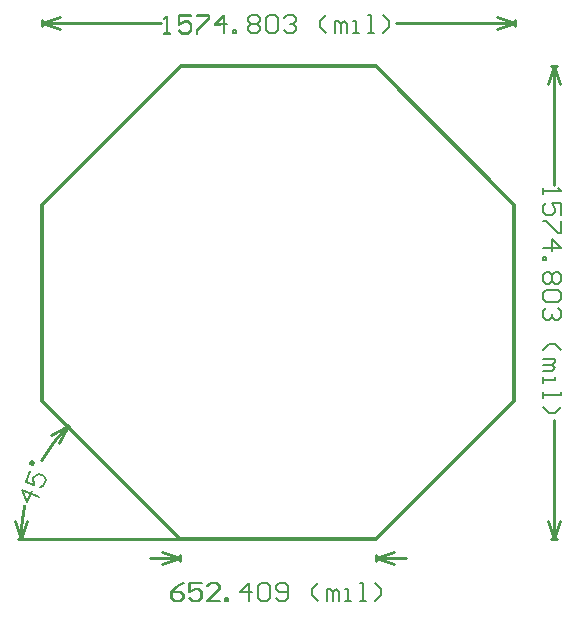
<source format=gko>
G04 Layer_Color=16711935*
%FSLAX44Y44*%
%MOMM*%
G71*
G01*
G75*
%ADD27C,0.3048*%
%ADD28C,0.2540*%
%ADD29C,0.1270*%
%ADD30C,0.1524*%
D27*
X1200000Y717192D02*
Y882754D01*
Y717192D02*
X1317192Y600000D01*
X1482904D01*
X1200000Y882754D02*
X1317246Y1000000D01*
X1482898D01*
X1600000Y717096D02*
Y882898D01*
X1482898Y1000000D02*
X1600000Y882898D01*
X1482904Y600000D02*
X1600000Y717096D01*
D28*
X1185307Y627934D02*
G03*
X1182381Y599940I131885J-27934D01*
G01*
X1221866Y695326D02*
G03*
X1199881Y666424I95326J-95326D01*
G01*
X1179841Y599939D02*
X1313128Y599998D01*
X1202874Y714318D02*
X1223662Y693530D01*
X1182381Y599940D02*
X1187454Y615182D01*
X1177294Y615177D02*
X1182381Y599940D01*
X1207498Y688142D02*
X1221866Y695326D01*
X1214682Y680957D02*
X1221866Y695326D01*
X1600283Y1039709D02*
X1600284Y1034629D01*
X1200283Y1039565D02*
X1200284Y1034485D01*
X1585045Y1032084D02*
X1600284Y1037169D01*
X1585042Y1042243D02*
X1600284Y1037169D01*
X1200284Y1037025D02*
X1215525Y1031951D01*
X1200284Y1037025D02*
X1215522Y1042111D01*
X1499567Y1037133D02*
X1600284Y1037169D01*
X1200284Y1037025D02*
X1301000Y1037061D01*
X1630935Y600115D02*
X1636015Y600115D01*
X1630929Y1000115D02*
X1636009Y1000115D01*
X1628395Y615355D02*
X1633475Y600115D01*
X1638555Y615355D01*
X1628389Y984875D02*
X1633469Y1000115D01*
X1638549Y984875D01*
X1633474Y700832D02*
X1633475Y600115D01*
X1633469Y1000115D02*
X1633471Y899398D01*
X1482880Y581142D02*
Y586222D01*
X1317168Y581142D02*
Y586222D01*
X1482880Y583682D02*
X1498120Y578602D01*
X1482880Y583682D02*
X1498120Y588762D01*
X1301928Y578602D02*
X1317168Y583682D01*
X1301928Y588762D02*
X1317168Y583682D01*
X1482880D02*
X1508280D01*
X1291768D02*
X1317168D01*
X1185307Y627934D02*
G03*
X1182381Y599940I131885J-27934D01*
G01*
X1221866Y695326D02*
G03*
X1199881Y666424I95326J-95326D01*
G01*
X1179841Y599939D02*
X1317192Y600000D01*
X1200000Y717192D02*
X1223662Y693530D01*
X1182381Y599940D02*
X1187454Y615182D01*
X1177294Y615177D02*
X1182381Y599940D01*
X1207498Y688142D02*
X1221866Y695326D01*
X1214682Y680957D02*
X1221866Y695326D01*
X1600267Y1039726D02*
X1600269Y1034646D01*
X1200267Y1039582D02*
X1200269Y1034502D01*
X1585030Y1032101D02*
X1600268Y1037186D01*
X1585026Y1042261D02*
X1600268Y1037186D01*
X1200268Y1037042D02*
X1215510Y1031968D01*
X1200268Y1037042D02*
X1215506Y1042128D01*
X1499551Y1037150D02*
X1600268Y1037186D01*
X1200268Y1037042D02*
X1300985Y1037079D01*
X1482829Y581152D02*
Y586232D01*
X1317117Y581152D02*
Y586232D01*
X1482829Y583692D02*
X1498069Y578612D01*
X1482829Y583692D02*
X1498069Y588772D01*
X1301877Y578612D02*
X1317117Y583692D01*
X1301877Y588772D02*
X1317117Y583692D01*
X1482829D02*
X1508229D01*
X1291717D02*
X1317117D01*
X1630940Y600125D02*
X1636020Y600125D01*
X1630934Y1000125D02*
X1636014Y1000125D01*
X1628400Y615365D02*
X1633480Y600125D01*
X1638560Y615365D01*
X1628394Y984885D02*
X1633474Y1000125D01*
X1638554Y984885D01*
X1633479Y700842D02*
X1633480Y600125D01*
X1633474Y1000125D02*
X1633475Y899408D01*
D29*
X1200000Y717192D02*
Y882754D01*
X1317246Y1000000D01*
X1482898D01*
X1600000Y882898D01*
Y717096D02*
Y882898D01*
X1482904Y600000D02*
X1600000Y717096D01*
X1317192Y600000D02*
X1482904D01*
X1200000Y717192D02*
X1317192Y600000D01*
D30*
X1197300Y635613D02*
X1183223Y641440D01*
X1187348Y631488D01*
X1191232Y640872D01*
X1190021Y657863D02*
X1186136Y648478D01*
X1193175Y645565D01*
X1192771Y651228D01*
X1193742Y653574D01*
X1197059Y654949D01*
X1201752Y653007D01*
X1203127Y649689D01*
X1201184Y644997D01*
X1197867Y643622D01*
X1191959Y662557D02*
X1189613Y663528D01*
X1190584Y665874D01*
X1192930Y664903D01*
X1191959Y662557D01*
X1303544Y1027921D02*
X1308622Y1027923D01*
X1306083Y1027922D01*
X1306077Y1043157D01*
X1303539Y1040617D01*
X1326391Y1043164D02*
X1316234Y1043160D01*
X1316237Y1035543D01*
X1321314Y1038084D01*
X1323853Y1038085D01*
X1326393Y1035546D01*
X1326395Y1030468D01*
X1323857Y1027928D01*
X1318779Y1027926D01*
X1316239Y1030464D01*
X1331469Y1043166D02*
X1341626Y1043169D01*
X1341627Y1040630D01*
X1331474Y1030470D01*
X1331475Y1027931D01*
X1354327Y1027939D02*
X1354322Y1043174D01*
X1346707Y1035554D01*
X1356864Y1035557D01*
X1361945Y1027942D02*
X1361944Y1030481D01*
X1364483Y1030482D01*
X1364484Y1027943D01*
X1361945Y1027942D01*
X1374636Y1040642D02*
X1377174Y1043182D01*
X1382253Y1043184D01*
X1384793Y1040646D01*
X1384794Y1038107D01*
X1382255Y1035566D01*
X1384796Y1033028D01*
X1384796Y1030489D01*
X1382258Y1027949D01*
X1377180Y1027947D01*
X1374640Y1030485D01*
X1374639Y1033025D01*
X1377177Y1035565D01*
X1374637Y1038103D01*
X1374636Y1040642D01*
X1377177Y1035565D02*
X1382255Y1035566D01*
X1389871Y1040648D02*
X1392409Y1043188D01*
X1397488Y1043189D01*
X1400028Y1040651D01*
X1400031Y1030495D01*
X1397493Y1027954D01*
X1392415Y1027953D01*
X1389875Y1030491D01*
X1389871Y1040648D01*
X1405106Y1040653D02*
X1407645Y1043193D01*
X1412723Y1043195D01*
X1415263Y1040657D01*
X1415264Y1038118D01*
X1412726Y1035577D01*
X1410186Y1035577D01*
X1412726Y1035577D01*
X1415266Y1033039D01*
X1415267Y1030500D01*
X1412728Y1027960D01*
X1407650Y1027958D01*
X1405110Y1030496D01*
X1440659Y1027970D02*
X1435579Y1033046D01*
X1435577Y1038125D01*
X1440654Y1043205D01*
X1448277Y1027973D02*
X1448273Y1038130D01*
X1450812Y1038130D01*
X1453352Y1035592D01*
X1453355Y1027975D01*
X1453352Y1035592D01*
X1455891Y1038132D01*
X1458431Y1035594D01*
X1458434Y1027976D01*
X1463512Y1027978D02*
X1468590Y1027980D01*
X1466051Y1027979D01*
X1466047Y1038136D01*
X1463508Y1038135D01*
X1476208Y1027983D02*
X1481286Y1027985D01*
X1478747Y1027984D01*
X1478741Y1043219D01*
X1476202Y1043218D01*
X1488904Y1027987D02*
X1493980Y1033067D01*
X1493978Y1038146D01*
X1488898Y1043222D01*
X1624329Y896858D02*
X1624329Y891780D01*
X1624329Y894319D01*
X1639564Y894319D01*
X1637025Y896859D01*
X1639565Y874006D02*
X1639565Y884163D01*
X1631947Y884163D01*
X1634486Y879084D01*
X1634486Y876545D01*
X1631947Y874006D01*
X1626869Y874006D01*
X1624330Y876545D01*
X1624330Y881623D01*
X1626869Y884163D01*
X1639565Y868928D02*
X1639565Y858771D01*
X1637026Y858771D01*
X1626869Y868927D01*
X1624330Y868927D01*
X1624330Y846075D02*
X1639565Y846075D01*
X1631947Y853692D01*
X1631948Y843536D01*
X1624330Y838457D02*
X1626869Y838457D01*
X1626869Y835918D01*
X1624330Y835918D01*
X1624330Y838457D01*
X1637026Y825762D02*
X1639565Y823222D01*
X1639565Y818144D01*
X1637026Y815605D01*
X1634487Y815605D01*
X1631948Y818144D01*
X1629409Y815605D01*
X1626870Y815605D01*
X1624330Y818144D01*
X1624330Y823222D01*
X1626870Y825761D01*
X1629409Y825761D01*
X1631948Y823222D01*
X1634487Y825761D01*
X1637026Y825762D01*
X1631948Y823222D02*
X1631948Y818144D01*
X1637027Y810527D02*
X1639566Y807987D01*
X1639566Y802909D01*
X1637027Y800370D01*
X1626870Y800370D01*
X1624331Y802909D01*
X1624331Y807987D01*
X1626870Y810526D01*
X1637027Y810527D01*
X1637027Y795291D02*
X1639566Y792752D01*
X1639566Y787674D01*
X1637027Y785135D01*
X1634488Y785135D01*
X1631949Y787674D01*
X1631948Y790213D01*
X1631949Y787674D01*
X1629409Y785135D01*
X1626870Y785135D01*
X1624331Y787674D01*
X1624331Y792752D01*
X1626870Y795291D01*
X1624331Y759743D02*
X1629410Y764821D01*
X1634488Y764821D01*
X1639566Y759743D01*
X1624331Y752125D02*
X1634488Y752125D01*
X1634488Y749586D01*
X1631949Y747047D01*
X1624332Y747047D01*
X1631949Y747047D01*
X1634488Y744508D01*
X1631949Y741969D01*
X1624332Y741969D01*
X1624332Y736890D02*
X1624332Y731812D01*
X1624332Y734351D01*
X1634489Y734351D01*
X1634488Y736890D01*
X1624332Y724194D02*
X1624332Y719116D01*
X1624332Y721655D01*
X1639567Y721655D01*
X1639567Y724194D01*
X1624332Y711498D02*
X1629411Y706420D01*
X1634489Y706420D01*
X1639567Y711499D01*
X1319786Y562351D02*
X1314707Y559812D01*
X1309629Y554734D01*
Y549655D01*
X1312168Y547116D01*
X1317247D01*
X1319786Y549655D01*
Y552194D01*
X1317247Y554734D01*
X1309629D01*
X1335021Y562351D02*
X1324864D01*
Y554734D01*
X1329942Y557273D01*
X1332482D01*
X1335021Y554734D01*
Y549655D01*
X1332482Y547116D01*
X1327403D01*
X1324864Y549655D01*
X1350256Y547116D02*
X1340099D01*
X1350256Y557273D01*
Y559812D01*
X1347717Y562351D01*
X1342638D01*
X1340099Y559812D01*
X1355334Y547116D02*
Y549655D01*
X1357873D01*
Y547116D01*
X1355334D01*
X1375648D02*
Y562351D01*
X1368030Y554734D01*
X1378187D01*
X1383265Y559812D02*
X1385804Y562351D01*
X1390883D01*
X1393422Y559812D01*
Y549655D01*
X1390883Y547116D01*
X1385804D01*
X1383265Y549655D01*
Y559812D01*
X1398500Y549655D02*
X1401039Y547116D01*
X1406118D01*
X1408657Y549655D01*
Y559812D01*
X1406118Y562351D01*
X1401039D01*
X1398500Y559812D01*
Y557273D01*
X1401039Y554734D01*
X1408657D01*
X1434049Y547116D02*
X1428970Y552194D01*
Y557273D01*
X1434049Y562351D01*
X1441666Y547116D02*
Y557273D01*
X1444205D01*
X1446745Y554734D01*
Y547116D01*
Y554734D01*
X1449284Y557273D01*
X1451823Y554734D01*
Y547116D01*
X1456901D02*
X1461980D01*
X1459440D01*
Y557273D01*
X1456901D01*
X1469597Y547116D02*
X1474675D01*
X1472136D01*
Y562351D01*
X1469597D01*
X1482293Y547116D02*
X1487371Y552194D01*
Y557273D01*
X1482293Y562351D01*
X1197300Y635613D02*
X1183223Y641440D01*
X1187348Y631488D01*
X1191232Y640872D01*
X1190021Y657863D02*
X1186136Y648478D01*
X1193175Y645565D01*
X1192771Y651228D01*
X1193742Y653574D01*
X1197059Y654949D01*
X1201752Y653007D01*
X1203127Y649689D01*
X1201184Y644997D01*
X1197867Y643622D01*
X1191959Y662557D02*
X1189613Y663528D01*
X1190584Y665874D01*
X1192930Y664903D01*
X1191959Y662557D01*
X1303528Y1027938D02*
X1308606Y1027940D01*
X1306067Y1027939D01*
X1306062Y1043174D01*
X1303523Y1040634D01*
X1326375Y1043181D02*
X1316218Y1043178D01*
X1316221Y1035560D01*
X1321299Y1038101D01*
X1323838Y1038102D01*
X1326378Y1035564D01*
X1326380Y1030485D01*
X1323841Y1027945D01*
X1318763Y1027943D01*
X1316223Y1030482D01*
X1331454Y1043183D02*
X1341610Y1043187D01*
X1341611Y1040648D01*
X1331458Y1030487D01*
X1331459Y1027948D01*
X1354312Y1027956D02*
X1354306Y1043191D01*
X1346691Y1035571D01*
X1356848Y1035575D01*
X1361929Y1027959D02*
X1361928Y1030498D01*
X1364467Y1030499D01*
X1364468Y1027960D01*
X1361929Y1027959D01*
X1374620Y1040659D02*
X1377159Y1043200D01*
X1382237Y1043201D01*
X1384777Y1040663D01*
X1384778Y1038124D01*
X1382240Y1035584D01*
X1384780Y1033046D01*
X1384781Y1030506D01*
X1382242Y1027966D01*
X1377164Y1027964D01*
X1374624Y1030503D01*
X1374623Y1033042D01*
X1377161Y1035582D01*
X1374621Y1038120D01*
X1374620Y1040659D01*
X1377161Y1035582D02*
X1382240Y1035584D01*
X1389855Y1040665D02*
X1392394Y1043205D01*
X1397472Y1043207D01*
X1400012Y1040669D01*
X1400016Y1030512D01*
X1397478Y1027972D01*
X1392399Y1027970D01*
X1389859Y1030508D01*
X1389855Y1040665D01*
X1405091Y1040670D02*
X1407629Y1043211D01*
X1412707Y1043212D01*
X1415247Y1040674D01*
X1415248Y1038135D01*
X1412710Y1035595D01*
X1410171Y1035594D01*
X1412710Y1035595D01*
X1415250Y1033057D01*
X1415251Y1030517D01*
X1412713Y1027977D01*
X1407634Y1027975D01*
X1405094Y1030514D01*
X1440644Y1027987D02*
X1435563Y1033064D01*
X1435562Y1038142D01*
X1440638Y1043222D01*
X1448261Y1027990D02*
X1448257Y1038147D01*
X1450797Y1038148D01*
X1453337Y1035610D01*
X1453340Y1027992D01*
X1453337Y1035610D01*
X1455875Y1038150D01*
X1458415Y1035611D01*
X1458418Y1027994D01*
X1463496Y1027996D02*
X1468575Y1027997D01*
X1466035Y1027997D01*
X1466032Y1038153D01*
X1463493Y1038152D01*
X1476192Y1028000D02*
X1481270Y1028002D01*
X1478731Y1028001D01*
X1478726Y1043236D01*
X1476187Y1043235D01*
X1488888Y1028005D02*
X1493965Y1033085D01*
X1493963Y1038163D01*
X1488882Y1043240D01*
X1319734Y562361D02*
X1314656Y559822D01*
X1309578Y554743D01*
Y549665D01*
X1312117Y547126D01*
X1317195D01*
X1319734Y549665D01*
Y552204D01*
X1317195Y554743D01*
X1309578D01*
X1334970Y562361D02*
X1324813D01*
Y554743D01*
X1329891Y557283D01*
X1332430D01*
X1334970Y554743D01*
Y549665D01*
X1332430Y547126D01*
X1327352D01*
X1324813Y549665D01*
X1350205Y547126D02*
X1340048D01*
X1350205Y557283D01*
Y559822D01*
X1347666Y562361D01*
X1342587D01*
X1340048Y559822D01*
X1355283Y547126D02*
Y549665D01*
X1357822D01*
Y547126D01*
X1355283D01*
X1375596D02*
Y562361D01*
X1367979Y554743D01*
X1378136D01*
X1383214Y559822D02*
X1385753Y562361D01*
X1390831D01*
X1393371Y559822D01*
Y549665D01*
X1390831Y547126D01*
X1385753D01*
X1383214Y549665D01*
Y559822D01*
X1398449Y549665D02*
X1400988Y547126D01*
X1406067D01*
X1408606Y549665D01*
Y559822D01*
X1406067Y562361D01*
X1400988D01*
X1398449Y559822D01*
Y557283D01*
X1400988Y554743D01*
X1408606D01*
X1433997Y547126D02*
X1428919Y552204D01*
Y557283D01*
X1433997Y562361D01*
X1441615Y547126D02*
Y557283D01*
X1444154D01*
X1446693Y554743D01*
Y547126D01*
Y554743D01*
X1449233Y557283D01*
X1451772Y554743D01*
Y547126D01*
X1456850D02*
X1461929D01*
X1459389D01*
Y557283D01*
X1456850D01*
X1469546Y547126D02*
X1474624D01*
X1472085D01*
Y562361D01*
X1469546D01*
X1482242Y547126D02*
X1487320Y552204D01*
Y557283D01*
X1482242Y562361D01*
X1624334Y896868D02*
X1624334Y891790D01*
X1624334Y894329D01*
X1639569Y894329D01*
X1637030Y896868D01*
X1639569Y874016D02*
X1639569Y884172D01*
X1631952Y884172D01*
X1634491Y879094D01*
X1634491Y876555D01*
X1631952Y874016D01*
X1626873Y874016D01*
X1624334Y876555D01*
X1624334Y881633D01*
X1626873Y884172D01*
X1639570Y868937D02*
X1639570Y858781D01*
X1637030Y858781D01*
X1626874Y868937D01*
X1624334Y868937D01*
X1624335Y846085D02*
X1639570Y846085D01*
X1631952Y853702D01*
X1631952Y843545D01*
X1624335Y838467D02*
X1626874Y838467D01*
X1626874Y835928D01*
X1624335Y835928D01*
X1624335Y838467D01*
X1637031Y825771D02*
X1639570Y823232D01*
X1639570Y818154D01*
X1637031Y815614D01*
X1634492Y815614D01*
X1631953Y818154D01*
X1629414Y815614D01*
X1626874Y815614D01*
X1624335Y818154D01*
X1624335Y823232D01*
X1626874Y825771D01*
X1629413Y825771D01*
X1631953Y823232D01*
X1634492Y825771D01*
X1637031Y825771D01*
X1631953Y823232D02*
X1631953Y818154D01*
X1637031Y810536D02*
X1639570Y807997D01*
X1639570Y802919D01*
X1637031Y800379D01*
X1626875Y800379D01*
X1624335Y802918D01*
X1624335Y807997D01*
X1626875Y810536D01*
X1637031Y810536D01*
X1637031Y795301D02*
X1639571Y792762D01*
X1639571Y787684D01*
X1637032Y785144D01*
X1634492Y785144D01*
X1631953Y787683D01*
X1631953Y790223D01*
X1631953Y787683D01*
X1629414Y785144D01*
X1626875Y785144D01*
X1624336Y787683D01*
X1624336Y792762D01*
X1626875Y795301D01*
X1624336Y759752D02*
X1629414Y764831D01*
X1634493Y764831D01*
X1639571Y759753D01*
X1624336Y752135D02*
X1634493Y752135D01*
X1634493Y749596D01*
X1631954Y747057D01*
X1624336Y747057D01*
X1631954Y747057D01*
X1634493Y744518D01*
X1631954Y741978D01*
X1624336Y741978D01*
X1624336Y736900D02*
X1624337Y731822D01*
X1624337Y734361D01*
X1634493Y734361D01*
X1634493Y736900D01*
X1624337Y724204D02*
X1624337Y719126D01*
X1624337Y721665D01*
X1639572Y721665D01*
X1639572Y724204D01*
X1624337Y711508D02*
X1629415Y706430D01*
X1634494Y706430D01*
X1639572Y711508D01*
M02*

</source>
